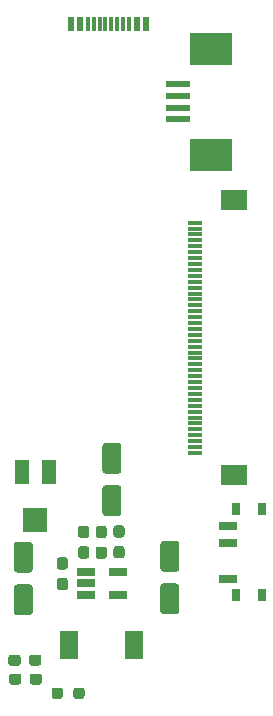
<source format=gtp>
G04 #@! TF.GenerationSoftware,KiCad,Pcbnew,(5.1.9)-1*
G04 #@! TF.CreationDate,2021-04-21T16:43:07+02:00*
G04 #@! TF.ProjectId,rgb_lcd_pihat,7267625f-6c63-4645-9f70-696861742e6b,rev?*
G04 #@! TF.SameCoordinates,Original*
G04 #@! TF.FileFunction,Paste,Top*
G04 #@! TF.FilePolarity,Positive*
%FSLAX46Y46*%
G04 Gerber Fmt 4.6, Leading zero omitted, Abs format (unit mm)*
G04 Created by KiCad (PCBNEW (5.1.9)-1) date 2021-04-21 16:43:07*
%MOMM*%
%LPD*%
G01*
G04 APERTURE LIST*
%ADD10R,0.600000X1.160000*%
%ADD11R,0.300000X1.160000*%
%ADD12R,1.500000X2.400000*%
%ADD13R,2.000000X0.610000*%
%ADD14R,3.600000X2.680000*%
%ADD15R,2.200000X1.800000*%
%ADD16R,1.300000X0.300000*%
%ADD17R,1.300000X2.000000*%
%ADD18R,2.000000X2.000000*%
%ADD19R,1.500000X0.700000*%
%ADD20R,0.800000X1.000000*%
%ADD21R,1.560000X0.650000*%
G04 APERTURE END LIST*
G36*
G01*
X53312500Y-98837500D02*
X53312500Y-98362500D01*
G75*
G02*
X53550000Y-98125000I237500J0D01*
G01*
X54050000Y-98125000D01*
G75*
G02*
X54287500Y-98362500I0J-237500D01*
G01*
X54287500Y-98837500D01*
G75*
G02*
X54050000Y-99075000I-237500J0D01*
G01*
X53550000Y-99075000D01*
G75*
G02*
X53312500Y-98837500I0J237500D01*
G01*
G37*
G36*
G01*
X51487500Y-98837500D02*
X51487500Y-98362500D01*
G75*
G02*
X51725000Y-98125000I237500J0D01*
G01*
X52225000Y-98125000D01*
G75*
G02*
X52462500Y-98362500I0J-237500D01*
G01*
X52462500Y-98837500D01*
G75*
G02*
X52225000Y-99075000I-237500J0D01*
G01*
X51725000Y-99075000D01*
G75*
G02*
X51487500Y-98837500I0J237500D01*
G01*
G37*
D10*
X53100000Y-41910000D03*
X53900000Y-41910000D03*
X53100000Y-41910000D03*
X53900000Y-41910000D03*
X59500000Y-41910000D03*
X59500000Y-41910000D03*
X58700000Y-41910000D03*
X58700000Y-41910000D03*
D11*
X54550000Y-41910000D03*
X55550000Y-41910000D03*
X55050000Y-41910000D03*
X57550000Y-41910000D03*
X58050000Y-41910000D03*
X56050000Y-41910000D03*
X56550000Y-41910000D03*
X57050000Y-41910000D03*
G36*
G01*
X62050000Y-88300000D02*
X60950000Y-88300000D01*
G75*
G02*
X60700000Y-88050000I0J250000D01*
G01*
X60700000Y-85950000D01*
G75*
G02*
X60950000Y-85700000I250000J0D01*
G01*
X62050000Y-85700000D01*
G75*
G02*
X62300000Y-85950000I0J-250000D01*
G01*
X62300000Y-88050000D01*
G75*
G02*
X62050000Y-88300000I-250000J0D01*
G01*
G37*
G36*
G01*
X62050000Y-91900000D02*
X60950000Y-91900000D01*
G75*
G02*
X60700000Y-91650000I0J250000D01*
G01*
X60700000Y-89550000D01*
G75*
G02*
X60950000Y-89300000I250000J0D01*
G01*
X62050000Y-89300000D01*
G75*
G02*
X62300000Y-89550000I0J-250000D01*
G01*
X62300000Y-91650000D01*
G75*
G02*
X62050000Y-91900000I-250000J0D01*
G01*
G37*
G36*
G01*
X52166500Y-87072000D02*
X52641500Y-87072000D01*
G75*
G02*
X52879000Y-87309500I0J-237500D01*
G01*
X52879000Y-87884500D01*
G75*
G02*
X52641500Y-88122000I-237500J0D01*
G01*
X52166500Y-88122000D01*
G75*
G02*
X51929000Y-87884500I0J237500D01*
G01*
X51929000Y-87309500D01*
G75*
G02*
X52166500Y-87072000I237500J0D01*
G01*
G37*
G36*
G01*
X52166500Y-88822000D02*
X52641500Y-88822000D01*
G75*
G02*
X52879000Y-89059500I0J-237500D01*
G01*
X52879000Y-89634500D01*
G75*
G02*
X52641500Y-89872000I-237500J0D01*
G01*
X52166500Y-89872000D01*
G75*
G02*
X51929000Y-89634500I0J237500D01*
G01*
X51929000Y-89059500D01*
G75*
G02*
X52166500Y-88822000I237500J0D01*
G01*
G37*
G36*
G01*
X50625000Y-95562500D02*
X50625000Y-96037500D01*
G75*
G02*
X50387500Y-96275000I-237500J0D01*
G01*
X49812500Y-96275000D01*
G75*
G02*
X49575000Y-96037500I0J237500D01*
G01*
X49575000Y-95562500D01*
G75*
G02*
X49812500Y-95325000I237500J0D01*
G01*
X50387500Y-95325000D01*
G75*
G02*
X50625000Y-95562500I0J-237500D01*
G01*
G37*
G36*
G01*
X48875000Y-95562500D02*
X48875000Y-96037500D01*
G75*
G02*
X48637500Y-96275000I-237500J0D01*
G01*
X48062500Y-96275000D01*
G75*
G02*
X47825000Y-96037500I0J237500D01*
G01*
X47825000Y-95562500D01*
G75*
G02*
X48062500Y-95325000I237500J0D01*
G01*
X48637500Y-95325000D01*
G75*
G02*
X48875000Y-95562500I0J-237500D01*
G01*
G37*
G36*
G01*
X48552000Y-85775000D02*
X49652000Y-85775000D01*
G75*
G02*
X49902000Y-86025000I0J-250000D01*
G01*
X49902000Y-88125000D01*
G75*
G02*
X49652000Y-88375000I-250000J0D01*
G01*
X48552000Y-88375000D01*
G75*
G02*
X48302000Y-88125000I0J250000D01*
G01*
X48302000Y-86025000D01*
G75*
G02*
X48552000Y-85775000I250000J0D01*
G01*
G37*
G36*
G01*
X48552000Y-89375000D02*
X49652000Y-89375000D01*
G75*
G02*
X49902000Y-89625000I0J-250000D01*
G01*
X49902000Y-91725000D01*
G75*
G02*
X49652000Y-91975000I-250000J0D01*
G01*
X48552000Y-91975000D01*
G75*
G02*
X48302000Y-91725000I0J250000D01*
G01*
X48302000Y-89625000D01*
G75*
G02*
X48552000Y-89375000I250000J0D01*
G01*
G37*
G36*
G01*
X47875000Y-97637500D02*
X47875000Y-97162500D01*
G75*
G02*
X48112500Y-96925000I237500J0D01*
G01*
X48687500Y-96925000D01*
G75*
G02*
X48925000Y-97162500I0J-237500D01*
G01*
X48925000Y-97637500D01*
G75*
G02*
X48687500Y-97875000I-237500J0D01*
G01*
X48112500Y-97875000D01*
G75*
G02*
X47875000Y-97637500I0J237500D01*
G01*
G37*
G36*
G01*
X49625000Y-97637500D02*
X49625000Y-97162500D01*
G75*
G02*
X49862500Y-96925000I237500J0D01*
G01*
X50437500Y-96925000D01*
G75*
G02*
X50675000Y-97162500I0J-237500D01*
G01*
X50675000Y-97637500D01*
G75*
G02*
X50437500Y-97875000I-237500J0D01*
G01*
X49862500Y-97875000D01*
G75*
G02*
X49625000Y-97637500I0J237500D01*
G01*
G37*
D12*
X58500000Y-94500000D03*
X53000000Y-94500000D03*
G36*
G01*
X57150000Y-83600000D02*
X56050000Y-83600000D01*
G75*
G02*
X55800000Y-83350000I0J250000D01*
G01*
X55800000Y-81250000D01*
G75*
G02*
X56050000Y-81000000I250000J0D01*
G01*
X57150000Y-81000000D01*
G75*
G02*
X57400000Y-81250000I0J-250000D01*
G01*
X57400000Y-83350000D01*
G75*
G02*
X57150000Y-83600000I-250000J0D01*
G01*
G37*
G36*
G01*
X57150000Y-80000000D02*
X56050000Y-80000000D01*
G75*
G02*
X55800000Y-79750000I0J250000D01*
G01*
X55800000Y-77650000D01*
G75*
G02*
X56050000Y-77400000I250000J0D01*
G01*
X57150000Y-77400000D01*
G75*
G02*
X57400000Y-77650000I0J-250000D01*
G01*
X57400000Y-79750000D01*
G75*
G02*
X57150000Y-80000000I-250000J0D01*
G01*
G37*
G36*
G01*
X56962500Y-84375000D02*
X57437500Y-84375000D01*
G75*
G02*
X57675000Y-84612500I0J-237500D01*
G01*
X57675000Y-85187500D01*
G75*
G02*
X57437500Y-85425000I-237500J0D01*
G01*
X56962500Y-85425000D01*
G75*
G02*
X56725000Y-85187500I0J237500D01*
G01*
X56725000Y-84612500D01*
G75*
G02*
X56962500Y-84375000I237500J0D01*
G01*
G37*
G36*
G01*
X56962500Y-86125000D02*
X57437500Y-86125000D01*
G75*
G02*
X57675000Y-86362500I0J-237500D01*
G01*
X57675000Y-86937500D01*
G75*
G02*
X57437500Y-87175000I-237500J0D01*
G01*
X56962500Y-87175000D01*
G75*
G02*
X56725000Y-86937500I0J237500D01*
G01*
X56725000Y-86362500D01*
G75*
G02*
X56962500Y-86125000I237500J0D01*
G01*
G37*
D13*
X62200000Y-50010000D03*
X62200000Y-49010000D03*
X62200000Y-48010000D03*
X62200000Y-47010000D03*
D14*
X65000000Y-53000000D03*
X65000000Y-44020000D03*
D15*
X66900000Y-56850000D03*
X66900000Y-80150000D03*
D16*
X63650000Y-78250000D03*
X63650000Y-77750000D03*
X63650000Y-77250000D03*
X63650000Y-76750000D03*
X63650000Y-76250000D03*
X63650000Y-75750000D03*
X63650000Y-75250000D03*
X63650000Y-74750000D03*
X63650000Y-74250000D03*
X63650000Y-73750000D03*
X63650000Y-73250000D03*
X63650000Y-72750000D03*
X63650000Y-72250000D03*
X63650000Y-71750000D03*
X63650000Y-71250000D03*
X63650000Y-70750000D03*
X63650000Y-70250000D03*
X63650000Y-69750000D03*
X63650000Y-69250000D03*
X63650000Y-68750000D03*
X63650000Y-68250000D03*
X63650000Y-67750000D03*
X63650000Y-67250000D03*
X63650000Y-66750000D03*
X63650000Y-66250000D03*
X63650000Y-65750000D03*
X63650000Y-65250000D03*
X63650000Y-64750000D03*
X63650000Y-64250000D03*
X63650000Y-63750000D03*
X63650000Y-63250000D03*
X63650000Y-62750000D03*
X63650000Y-62250000D03*
X63650000Y-61750000D03*
X63650000Y-61250000D03*
X63650000Y-60750000D03*
X63650000Y-60250000D03*
X63650000Y-59750000D03*
X63650000Y-59250000D03*
X63650000Y-58750000D03*
G36*
G01*
X55937500Y-87225000D02*
X55462500Y-87225000D01*
G75*
G02*
X55225000Y-86987500I0J237500D01*
G01*
X55225000Y-86412500D01*
G75*
G02*
X55462500Y-86175000I237500J0D01*
G01*
X55937500Y-86175000D01*
G75*
G02*
X56175000Y-86412500I0J-237500D01*
G01*
X56175000Y-86987500D01*
G75*
G02*
X55937500Y-87225000I-237500J0D01*
G01*
G37*
G36*
G01*
X55937500Y-85475000D02*
X55462500Y-85475000D01*
G75*
G02*
X55225000Y-85237500I0J237500D01*
G01*
X55225000Y-84662500D01*
G75*
G02*
X55462500Y-84425000I237500J0D01*
G01*
X55937500Y-84425000D01*
G75*
G02*
X56175000Y-84662500I0J-237500D01*
G01*
X56175000Y-85237500D01*
G75*
G02*
X55937500Y-85475000I-237500J0D01*
G01*
G37*
G36*
G01*
X53962500Y-86150000D02*
X54437500Y-86150000D01*
G75*
G02*
X54675000Y-86387500I0J-237500D01*
G01*
X54675000Y-86962500D01*
G75*
G02*
X54437500Y-87200000I-237500J0D01*
G01*
X53962500Y-87200000D01*
G75*
G02*
X53725000Y-86962500I0J237500D01*
G01*
X53725000Y-86387500D01*
G75*
G02*
X53962500Y-86150000I237500J0D01*
G01*
G37*
G36*
G01*
X53962500Y-84400000D02*
X54437500Y-84400000D01*
G75*
G02*
X54675000Y-84637500I0J-237500D01*
G01*
X54675000Y-85212500D01*
G75*
G02*
X54437500Y-85450000I-237500J0D01*
G01*
X53962500Y-85450000D01*
G75*
G02*
X53725000Y-85212500I0J237500D01*
G01*
X53725000Y-84637500D01*
G75*
G02*
X53962500Y-84400000I237500J0D01*
G01*
G37*
D17*
X48950000Y-79900000D03*
D18*
X50100000Y-83900000D03*
D17*
X51250000Y-79900000D03*
D19*
X66450000Y-88900000D03*
X66450000Y-85900000D03*
X66450000Y-84400000D03*
D20*
X69310000Y-90300000D03*
X69310000Y-83000000D03*
X67100000Y-83000000D03*
X67100000Y-90300000D03*
D21*
X54436000Y-88350000D03*
X54436000Y-89300000D03*
X54436000Y-90250000D03*
X57136000Y-90250000D03*
X57136000Y-88350000D03*
M02*

</source>
